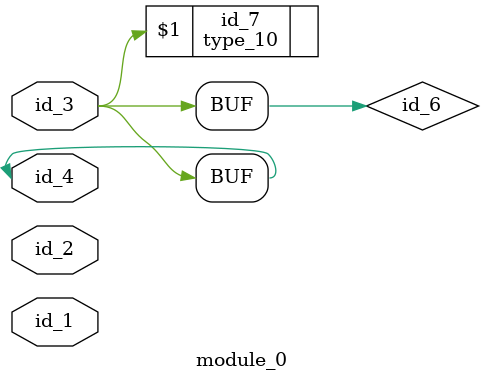
<source format=v>
`celldefine
module module_0 (
    id_1,
    id_2,
    id_3,
    id_4
);
  inout id_4;
  input id_3;
  inout id_2;
  input id_1;
  wire id_4, id_5, id_6 = id_3;
  always id_4 = id_3;
  assign id_4[1 : 1] = 1;
  type_10 id_7 (id_6);
  genvar id_8;
endmodule
`define pp_4 0
`timescale 1ps / 1ps
`define pp_5 0
`define pp_6 0
`define pp_7 0

</source>
